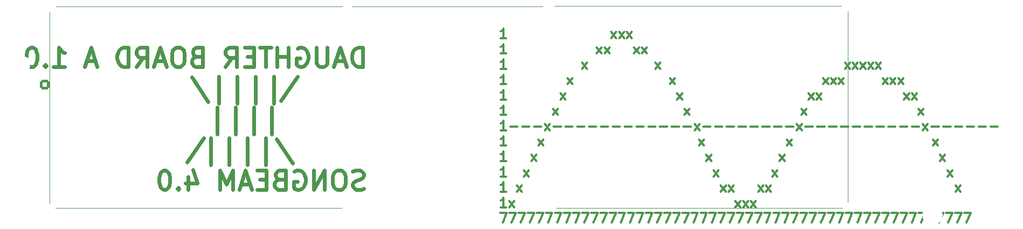
<source format=gbr>
%TF.GenerationSoftware,KiCad,Pcbnew,9.0.6*%
%TF.CreationDate,2026-01-10T21:11:38+01:00*%
%TF.ProjectId,_autosave-sisterboard_A,5f617574-6f73-4617-9665-2d7369737465,1.0*%
%TF.SameCoordinates,Original*%
%TF.FileFunction,Legend,Bot*%
%TF.FilePolarity,Positive*%
%FSLAX46Y46*%
G04 Gerber Fmt 4.6, Leading zero omitted, Abs format (unit mm)*
G04 Created by KiCad (PCBNEW 9.0.6) date 2026-01-10 21:11:38*
%MOMM*%
%LPD*%
G01*
G04 APERTURE LIST*
G04 Aperture macros list*
%AMRoundRect*
0 Rectangle with rounded corners*
0 $1 Rounding radius*
0 $2 $3 $4 $5 $6 $7 $8 $9 X,Y pos of 4 corners*
0 Add a 4 corners polygon primitive as box body*
4,1,4,$2,$3,$4,$5,$6,$7,$8,$9,$2,$3,0*
0 Add four circle primitives for the rounded corners*
1,1,$1+$1,$2,$3*
1,1,$1+$1,$4,$5*
1,1,$1+$1,$6,$7*
1,1,$1+$1,$8,$9*
0 Add four rect primitives between the rounded corners*
20,1,$1+$1,$2,$3,$4,$5,0*
20,1,$1+$1,$4,$5,$6,$7,0*
20,1,$1+$1,$6,$7,$8,$9,0*
20,1,$1+$1,$8,$9,$2,$3,0*%
G04 Aperture macros list end*
%ADD10C,0.600000*%
%ADD11C,0.100000*%
%ADD12C,0.300000*%
%ADD13C,0.600000*%
%ADD14C,3.200000*%
%ADD15C,2.200000*%
%ADD16C,1.720000*%
%ADD17C,1.600000*%
%ADD18RoundRect,0.250000X-0.550000X0.550000X-0.550000X-0.550000X0.550000X-0.550000X0.550000X0.550000X0*%
%ADD19C,3.260000*%
%ADD20C,1.700000*%
%ADD21R,1.700000X1.700000*%
G04 APERTURE END LIST*
D10*
X134840978Y-89407329D02*
X134840978Y-86407329D01*
X134840978Y-86407329D02*
X134126692Y-86407329D01*
X134126692Y-86407329D02*
X133698121Y-86550186D01*
X133698121Y-86550186D02*
X133412406Y-86835900D01*
X133412406Y-86835900D02*
X133269549Y-87121614D01*
X133269549Y-87121614D02*
X133126692Y-87693043D01*
X133126692Y-87693043D02*
X133126692Y-88121614D01*
X133126692Y-88121614D02*
X133269549Y-88693043D01*
X133269549Y-88693043D02*
X133412406Y-88978757D01*
X133412406Y-88978757D02*
X133698121Y-89264472D01*
X133698121Y-89264472D02*
X134126692Y-89407329D01*
X134126692Y-89407329D02*
X134840978Y-89407329D01*
X131983835Y-88550186D02*
X130555264Y-88550186D01*
X132269549Y-89407329D02*
X131269549Y-86407329D01*
X131269549Y-86407329D02*
X130269549Y-89407329D01*
X129269549Y-86407329D02*
X129269549Y-88835900D01*
X129269549Y-88835900D02*
X129126692Y-89121614D01*
X129126692Y-89121614D02*
X128983835Y-89264472D01*
X128983835Y-89264472D02*
X128698120Y-89407329D01*
X128698120Y-89407329D02*
X128126692Y-89407329D01*
X128126692Y-89407329D02*
X127840977Y-89264472D01*
X127840977Y-89264472D02*
X127698120Y-89121614D01*
X127698120Y-89121614D02*
X127555263Y-88835900D01*
X127555263Y-88835900D02*
X127555263Y-86407329D01*
X124555263Y-86550186D02*
X124840978Y-86407329D01*
X124840978Y-86407329D02*
X125269549Y-86407329D01*
X125269549Y-86407329D02*
X125698120Y-86550186D01*
X125698120Y-86550186D02*
X125983835Y-86835900D01*
X125983835Y-86835900D02*
X126126692Y-87121614D01*
X126126692Y-87121614D02*
X126269549Y-87693043D01*
X126269549Y-87693043D02*
X126269549Y-88121614D01*
X126269549Y-88121614D02*
X126126692Y-88693043D01*
X126126692Y-88693043D02*
X125983835Y-88978757D01*
X125983835Y-88978757D02*
X125698120Y-89264472D01*
X125698120Y-89264472D02*
X125269549Y-89407329D01*
X125269549Y-89407329D02*
X124983835Y-89407329D01*
X124983835Y-89407329D02*
X124555263Y-89264472D01*
X124555263Y-89264472D02*
X124412406Y-89121614D01*
X124412406Y-89121614D02*
X124412406Y-88121614D01*
X124412406Y-88121614D02*
X124983835Y-88121614D01*
X123126692Y-89407329D02*
X123126692Y-86407329D01*
X123126692Y-87835900D02*
X121412406Y-87835900D01*
X121412406Y-89407329D02*
X121412406Y-86407329D01*
X120412406Y-86407329D02*
X118698121Y-86407329D01*
X119555263Y-89407329D02*
X119555263Y-86407329D01*
X117698121Y-87835900D02*
X116698121Y-87835900D01*
X116269549Y-89407329D02*
X117698121Y-89407329D01*
X117698121Y-89407329D02*
X117698121Y-86407329D01*
X117698121Y-86407329D02*
X116269549Y-86407329D01*
X113269549Y-89407329D02*
X114269549Y-87978757D01*
X114983835Y-89407329D02*
X114983835Y-86407329D01*
X114983835Y-86407329D02*
X113840978Y-86407329D01*
X113840978Y-86407329D02*
X113555263Y-86550186D01*
X113555263Y-86550186D02*
X113412406Y-86693043D01*
X113412406Y-86693043D02*
X113269549Y-86978757D01*
X113269549Y-86978757D02*
X113269549Y-87407329D01*
X113269549Y-87407329D02*
X113412406Y-87693043D01*
X113412406Y-87693043D02*
X113555263Y-87835900D01*
X113555263Y-87835900D02*
X113840978Y-87978757D01*
X113840978Y-87978757D02*
X114983835Y-87978757D01*
X108698121Y-87835900D02*
X108269549Y-87978757D01*
X108269549Y-87978757D02*
X108126692Y-88121614D01*
X108126692Y-88121614D02*
X107983835Y-88407329D01*
X107983835Y-88407329D02*
X107983835Y-88835900D01*
X107983835Y-88835900D02*
X108126692Y-89121614D01*
X108126692Y-89121614D02*
X108269549Y-89264472D01*
X108269549Y-89264472D02*
X108555264Y-89407329D01*
X108555264Y-89407329D02*
X109698121Y-89407329D01*
X109698121Y-89407329D02*
X109698121Y-86407329D01*
X109698121Y-86407329D02*
X108698121Y-86407329D01*
X108698121Y-86407329D02*
X108412407Y-86550186D01*
X108412407Y-86550186D02*
X108269549Y-86693043D01*
X108269549Y-86693043D02*
X108126692Y-86978757D01*
X108126692Y-86978757D02*
X108126692Y-87264472D01*
X108126692Y-87264472D02*
X108269549Y-87550186D01*
X108269549Y-87550186D02*
X108412407Y-87693043D01*
X108412407Y-87693043D02*
X108698121Y-87835900D01*
X108698121Y-87835900D02*
X109698121Y-87835900D01*
X106126692Y-86407329D02*
X105555264Y-86407329D01*
X105555264Y-86407329D02*
X105269549Y-86550186D01*
X105269549Y-86550186D02*
X104983835Y-86835900D01*
X104983835Y-86835900D02*
X104840978Y-87407329D01*
X104840978Y-87407329D02*
X104840978Y-88407329D01*
X104840978Y-88407329D02*
X104983835Y-88978757D01*
X104983835Y-88978757D02*
X105269549Y-89264472D01*
X105269549Y-89264472D02*
X105555264Y-89407329D01*
X105555264Y-89407329D02*
X106126692Y-89407329D01*
X106126692Y-89407329D02*
X106412407Y-89264472D01*
X106412407Y-89264472D02*
X106698121Y-88978757D01*
X106698121Y-88978757D02*
X106840978Y-88407329D01*
X106840978Y-88407329D02*
X106840978Y-87407329D01*
X106840978Y-87407329D02*
X106698121Y-86835900D01*
X106698121Y-86835900D02*
X106412407Y-86550186D01*
X106412407Y-86550186D02*
X106126692Y-86407329D01*
X103698121Y-88550186D02*
X102269550Y-88550186D01*
X103983835Y-89407329D02*
X102983835Y-86407329D01*
X102983835Y-86407329D02*
X101983835Y-89407329D01*
X99269549Y-89407329D02*
X100269549Y-87978757D01*
X100983835Y-89407329D02*
X100983835Y-86407329D01*
X100983835Y-86407329D02*
X99840978Y-86407329D01*
X99840978Y-86407329D02*
X99555263Y-86550186D01*
X99555263Y-86550186D02*
X99412406Y-86693043D01*
X99412406Y-86693043D02*
X99269549Y-86978757D01*
X99269549Y-86978757D02*
X99269549Y-87407329D01*
X99269549Y-87407329D02*
X99412406Y-87693043D01*
X99412406Y-87693043D02*
X99555263Y-87835900D01*
X99555263Y-87835900D02*
X99840978Y-87978757D01*
X99840978Y-87978757D02*
X100983835Y-87978757D01*
X97983835Y-89407329D02*
X97983835Y-86407329D01*
X97983835Y-86407329D02*
X97269549Y-86407329D01*
X97269549Y-86407329D02*
X96840978Y-86550186D01*
X96840978Y-86550186D02*
X96555263Y-86835900D01*
X96555263Y-86835900D02*
X96412406Y-87121614D01*
X96412406Y-87121614D02*
X96269549Y-87693043D01*
X96269549Y-87693043D02*
X96269549Y-88121614D01*
X96269549Y-88121614D02*
X96412406Y-88693043D01*
X96412406Y-88693043D02*
X96555263Y-88978757D01*
X96555263Y-88978757D02*
X96840978Y-89264472D01*
X96840978Y-89264472D02*
X97269549Y-89407329D01*
X97269549Y-89407329D02*
X97983835Y-89407329D01*
X92840978Y-88550186D02*
X91412407Y-88550186D01*
X93126692Y-89407329D02*
X92126692Y-86407329D01*
X92126692Y-86407329D02*
X91126692Y-89407329D01*
X86269549Y-89407329D02*
X87983835Y-89407329D01*
X87126692Y-89407329D02*
X87126692Y-86407329D01*
X87126692Y-86407329D02*
X87412406Y-86835900D01*
X87412406Y-86835900D02*
X87698121Y-87121614D01*
X87698121Y-87121614D02*
X87983835Y-87264472D01*
X84983835Y-89121614D02*
X84840978Y-89264472D01*
X84840978Y-89264472D02*
X84983835Y-89407329D01*
X84983835Y-89407329D02*
X85126692Y-89264472D01*
X85126692Y-89264472D02*
X84983835Y-89121614D01*
X84983835Y-89121614D02*
X84983835Y-89407329D01*
X82983835Y-86407329D02*
X82698121Y-86407329D01*
X82698121Y-86407329D02*
X82412407Y-86550186D01*
X82412407Y-86550186D02*
X82269550Y-86693043D01*
X82269550Y-86693043D02*
X82126692Y-86978757D01*
X82126692Y-86978757D02*
X81983835Y-87550186D01*
X81983835Y-87550186D02*
X81983835Y-88264472D01*
X81983835Y-88264472D02*
X82126692Y-88835900D01*
X82126692Y-88835900D02*
X82269550Y-89121614D01*
X82269550Y-89121614D02*
X82412407Y-89264472D01*
X82412407Y-89264472D02*
X82698121Y-89407329D01*
X82698121Y-89407329D02*
X82983835Y-89407329D01*
X82983835Y-89407329D02*
X83269550Y-89264472D01*
X83269550Y-89264472D02*
X83412407Y-89121614D01*
X83412407Y-89121614D02*
X83555264Y-88835900D01*
X83555264Y-88835900D02*
X83698121Y-88264472D01*
X83698121Y-88264472D02*
X83698121Y-87550186D01*
X83698121Y-87550186D02*
X83555264Y-86978757D01*
X83555264Y-86978757D02*
X83412407Y-86693043D01*
X83412407Y-86693043D02*
X83269550Y-86550186D01*
X83269550Y-86550186D02*
X82983835Y-86407329D01*
X124555264Y-90951446D02*
X121983835Y-94808589D01*
X120840978Y-95237161D02*
X120840978Y-90951446D01*
X117983835Y-95237161D02*
X117983835Y-90951446D01*
X115126692Y-95237161D02*
X115126692Y-90951446D01*
X112269549Y-95237161D02*
X112269549Y-90951446D01*
X107983835Y-91094304D02*
X110555263Y-94951446D01*
X120555264Y-100066993D02*
X120555264Y-95781278D01*
X117698121Y-100066993D02*
X117698121Y-95781278D01*
X114840978Y-100066993D02*
X114840978Y-95781278D01*
X111983835Y-100066993D02*
X111983835Y-95781278D01*
X121269551Y-100753968D02*
X123840979Y-104611110D01*
X119555265Y-104896825D02*
X119555265Y-100611110D01*
X116698122Y-104896825D02*
X116698122Y-100611110D01*
X113840979Y-104896825D02*
X113840979Y-100611110D01*
X110983836Y-104896825D02*
X110983836Y-100611110D01*
X109840979Y-100611110D02*
X107269550Y-104468253D01*
X134983835Y-108583800D02*
X134555264Y-108726657D01*
X134555264Y-108726657D02*
X133840978Y-108726657D01*
X133840978Y-108726657D02*
X133555264Y-108583800D01*
X133555264Y-108583800D02*
X133412406Y-108440942D01*
X133412406Y-108440942D02*
X133269549Y-108155228D01*
X133269549Y-108155228D02*
X133269549Y-107869514D01*
X133269549Y-107869514D02*
X133412406Y-107583800D01*
X133412406Y-107583800D02*
X133555264Y-107440942D01*
X133555264Y-107440942D02*
X133840978Y-107298085D01*
X133840978Y-107298085D02*
X134412406Y-107155228D01*
X134412406Y-107155228D02*
X134698121Y-107012371D01*
X134698121Y-107012371D02*
X134840978Y-106869514D01*
X134840978Y-106869514D02*
X134983835Y-106583800D01*
X134983835Y-106583800D02*
X134983835Y-106298085D01*
X134983835Y-106298085D02*
X134840978Y-106012371D01*
X134840978Y-106012371D02*
X134698121Y-105869514D01*
X134698121Y-105869514D02*
X134412406Y-105726657D01*
X134412406Y-105726657D02*
X133698121Y-105726657D01*
X133698121Y-105726657D02*
X133269549Y-105869514D01*
X131412406Y-105726657D02*
X130840978Y-105726657D01*
X130840978Y-105726657D02*
X130555263Y-105869514D01*
X130555263Y-105869514D02*
X130269549Y-106155228D01*
X130269549Y-106155228D02*
X130126692Y-106726657D01*
X130126692Y-106726657D02*
X130126692Y-107726657D01*
X130126692Y-107726657D02*
X130269549Y-108298085D01*
X130269549Y-108298085D02*
X130555263Y-108583800D01*
X130555263Y-108583800D02*
X130840978Y-108726657D01*
X130840978Y-108726657D02*
X131412406Y-108726657D01*
X131412406Y-108726657D02*
X131698121Y-108583800D01*
X131698121Y-108583800D02*
X131983835Y-108298085D01*
X131983835Y-108298085D02*
X132126692Y-107726657D01*
X132126692Y-107726657D02*
X132126692Y-106726657D01*
X132126692Y-106726657D02*
X131983835Y-106155228D01*
X131983835Y-106155228D02*
X131698121Y-105869514D01*
X131698121Y-105869514D02*
X131412406Y-105726657D01*
X128840978Y-108726657D02*
X128840978Y-105726657D01*
X128840978Y-105726657D02*
X127126692Y-108726657D01*
X127126692Y-108726657D02*
X127126692Y-105726657D01*
X124126692Y-105869514D02*
X124412407Y-105726657D01*
X124412407Y-105726657D02*
X124840978Y-105726657D01*
X124840978Y-105726657D02*
X125269549Y-105869514D01*
X125269549Y-105869514D02*
X125555264Y-106155228D01*
X125555264Y-106155228D02*
X125698121Y-106440942D01*
X125698121Y-106440942D02*
X125840978Y-107012371D01*
X125840978Y-107012371D02*
X125840978Y-107440942D01*
X125840978Y-107440942D02*
X125698121Y-108012371D01*
X125698121Y-108012371D02*
X125555264Y-108298085D01*
X125555264Y-108298085D02*
X125269549Y-108583800D01*
X125269549Y-108583800D02*
X124840978Y-108726657D01*
X124840978Y-108726657D02*
X124555264Y-108726657D01*
X124555264Y-108726657D02*
X124126692Y-108583800D01*
X124126692Y-108583800D02*
X123983835Y-108440942D01*
X123983835Y-108440942D02*
X123983835Y-107440942D01*
X123983835Y-107440942D02*
X124555264Y-107440942D01*
X121698121Y-107155228D02*
X121269549Y-107298085D01*
X121269549Y-107298085D02*
X121126692Y-107440942D01*
X121126692Y-107440942D02*
X120983835Y-107726657D01*
X120983835Y-107726657D02*
X120983835Y-108155228D01*
X120983835Y-108155228D02*
X121126692Y-108440942D01*
X121126692Y-108440942D02*
X121269549Y-108583800D01*
X121269549Y-108583800D02*
X121555264Y-108726657D01*
X121555264Y-108726657D02*
X122698121Y-108726657D01*
X122698121Y-108726657D02*
X122698121Y-105726657D01*
X122698121Y-105726657D02*
X121698121Y-105726657D01*
X121698121Y-105726657D02*
X121412407Y-105869514D01*
X121412407Y-105869514D02*
X121269549Y-106012371D01*
X121269549Y-106012371D02*
X121126692Y-106298085D01*
X121126692Y-106298085D02*
X121126692Y-106583800D01*
X121126692Y-106583800D02*
X121269549Y-106869514D01*
X121269549Y-106869514D02*
X121412407Y-107012371D01*
X121412407Y-107012371D02*
X121698121Y-107155228D01*
X121698121Y-107155228D02*
X122698121Y-107155228D01*
X119698121Y-107155228D02*
X118698121Y-107155228D01*
X118269549Y-108726657D02*
X119698121Y-108726657D01*
X119698121Y-108726657D02*
X119698121Y-105726657D01*
X119698121Y-105726657D02*
X118269549Y-105726657D01*
X117126692Y-107869514D02*
X115698121Y-107869514D01*
X117412406Y-108726657D02*
X116412406Y-105726657D01*
X116412406Y-105726657D02*
X115412406Y-108726657D01*
X114412406Y-108726657D02*
X114412406Y-105726657D01*
X114412406Y-105726657D02*
X113412406Y-107869514D01*
X113412406Y-107869514D02*
X112412406Y-105726657D01*
X112412406Y-105726657D02*
X112412406Y-108726657D01*
X107412407Y-106726657D02*
X107412407Y-108726657D01*
X108126692Y-105583800D02*
X108840978Y-107726657D01*
X108840978Y-107726657D02*
X106983835Y-107726657D01*
X105840978Y-108440942D02*
X105698121Y-108583800D01*
X105698121Y-108583800D02*
X105840978Y-108726657D01*
X105840978Y-108726657D02*
X105983835Y-108583800D01*
X105983835Y-108583800D02*
X105840978Y-108440942D01*
X105840978Y-108440942D02*
X105840978Y-108726657D01*
X103840978Y-105726657D02*
X103555264Y-105726657D01*
X103555264Y-105726657D02*
X103269550Y-105869514D01*
X103269550Y-105869514D02*
X103126693Y-106012371D01*
X103126693Y-106012371D02*
X102983835Y-106298085D01*
X102983835Y-106298085D02*
X102840978Y-106869514D01*
X102840978Y-106869514D02*
X102840978Y-107583800D01*
X102840978Y-107583800D02*
X102983835Y-108155228D01*
X102983835Y-108155228D02*
X103126693Y-108440942D01*
X103126693Y-108440942D02*
X103269550Y-108583800D01*
X103269550Y-108583800D02*
X103555264Y-108726657D01*
X103555264Y-108726657D02*
X103840978Y-108726657D01*
X103840978Y-108726657D02*
X104126693Y-108583800D01*
X104126693Y-108583800D02*
X104269550Y-108440942D01*
X104269550Y-108440942D02*
X104412407Y-108155228D01*
X104412407Y-108155228D02*
X104555264Y-107583800D01*
X104555264Y-107583800D02*
X104555264Y-106869514D01*
X104555264Y-106869514D02*
X104412407Y-106298085D01*
X104412407Y-106298085D02*
X104269550Y-106012371D01*
X104269550Y-106012371D02*
X104126693Y-105869514D01*
X104126693Y-105869514D02*
X103840978Y-105726657D01*
D11*
X85675000Y-110900000D02*
X85675000Y-80900000D01*
X210203498Y-111631027D02*
X165203498Y-111631027D01*
X165000000Y-79875000D02*
X210000000Y-79875000D01*
X211000000Y-110700000D02*
X211000000Y-80700000D01*
X86575000Y-111600000D02*
X131575000Y-111600000D01*
X210203498Y-111631027D02*
X165203498Y-111631027D01*
X86650000Y-79975000D02*
X131650000Y-79975000D01*
X133150000Y-79975000D02*
X163150000Y-79975000D01*
D12*
X157383082Y-84946836D02*
X156525939Y-84946836D01*
X156954510Y-84946836D02*
X156954510Y-83446836D01*
X156954510Y-83446836D02*
X156811653Y-83661122D01*
X156811653Y-83661122D02*
X156668796Y-83803979D01*
X156668796Y-83803979D02*
X156525939Y-83875408D01*
X173883079Y-84946836D02*
X174668794Y-83946836D01*
X173883079Y-83946836D02*
X174668794Y-84946836D01*
X175097365Y-84946836D02*
X175883080Y-83946836D01*
X175097365Y-83946836D02*
X175883080Y-84946836D01*
X176311651Y-84946836D02*
X177097366Y-83946836D01*
X176311651Y-83946836D02*
X177097366Y-84946836D01*
X157383082Y-87361752D02*
X156525939Y-87361752D01*
X156954510Y-87361752D02*
X156954510Y-85861752D01*
X156954510Y-85861752D02*
X156811653Y-86076038D01*
X156811653Y-86076038D02*
X156668796Y-86218895D01*
X156668796Y-86218895D02*
X156525939Y-86290324D01*
X171597365Y-87361752D02*
X172383080Y-86361752D01*
X171597365Y-86361752D02*
X172383080Y-87361752D01*
X172811651Y-87361752D02*
X173597366Y-86361752D01*
X172811651Y-86361752D02*
X173597366Y-87361752D01*
X177454508Y-87361752D02*
X178240223Y-86361752D01*
X177454508Y-86361752D02*
X178240223Y-87361752D01*
X178668794Y-87361752D02*
X179454509Y-86361752D01*
X178668794Y-86361752D02*
X179454509Y-87361752D01*
X157383082Y-89776668D02*
X156525939Y-89776668D01*
X156954510Y-89776668D02*
X156954510Y-88276668D01*
X156954510Y-88276668D02*
X156811653Y-88490954D01*
X156811653Y-88490954D02*
X156668796Y-88633811D01*
X156668796Y-88633811D02*
X156525939Y-88705240D01*
X169311651Y-89776668D02*
X170097366Y-88776668D01*
X169311651Y-88776668D02*
X170097366Y-89776668D01*
X180811650Y-89776668D02*
X181597365Y-88776668D01*
X180811650Y-88776668D02*
X181597365Y-89776668D01*
X210597361Y-89776668D02*
X211383076Y-88776668D01*
X210597361Y-88776668D02*
X211383076Y-89776668D01*
X211811647Y-89776668D02*
X212597362Y-88776668D01*
X211811647Y-88776668D02*
X212597362Y-89776668D01*
X213025933Y-89776668D02*
X213811648Y-88776668D01*
X213025933Y-88776668D02*
X213811648Y-89776668D01*
X214240219Y-89776668D02*
X215025934Y-88776668D01*
X214240219Y-88776668D02*
X215025934Y-89776668D01*
X215454505Y-89776668D02*
X216240220Y-88776668D01*
X215454505Y-88776668D02*
X216240220Y-89776668D01*
X157383082Y-92191584D02*
X156525939Y-92191584D01*
X156954510Y-92191584D02*
X156954510Y-90691584D01*
X156954510Y-90691584D02*
X156811653Y-90905870D01*
X156811653Y-90905870D02*
X156668796Y-91048727D01*
X156668796Y-91048727D02*
X156525939Y-91120156D01*
X167025937Y-92191584D02*
X167811652Y-91191584D01*
X167025937Y-91191584D02*
X167811652Y-92191584D01*
X183097364Y-92191584D02*
X183883079Y-91191584D01*
X183097364Y-91191584D02*
X183883079Y-92191584D01*
X207168790Y-92191584D02*
X207954505Y-91191584D01*
X207168790Y-91191584D02*
X207954505Y-92191584D01*
X208383076Y-92191584D02*
X209168791Y-91191584D01*
X208383076Y-91191584D02*
X209168791Y-92191584D01*
X209597362Y-92191584D02*
X210383077Y-91191584D01*
X209597362Y-91191584D02*
X210383077Y-92191584D01*
X216525933Y-92191584D02*
X217311648Y-91191584D01*
X216525933Y-91191584D02*
X217311648Y-92191584D01*
X217740219Y-92191584D02*
X218525934Y-91191584D01*
X217740219Y-91191584D02*
X218525934Y-92191584D01*
X218954505Y-92191584D02*
X219740220Y-91191584D01*
X218954505Y-91191584D02*
X219740220Y-92191584D01*
X157383082Y-94606500D02*
X156525939Y-94606500D01*
X156954510Y-94606500D02*
X156954510Y-93106500D01*
X156954510Y-93106500D02*
X156811653Y-93320786D01*
X156811653Y-93320786D02*
X156668796Y-93463643D01*
X156668796Y-93463643D02*
X156525939Y-93535072D01*
X165883080Y-94606500D02*
X166668795Y-93606500D01*
X165883080Y-93606500D02*
X166668795Y-94606500D01*
X184240221Y-94606500D02*
X185025936Y-93606500D01*
X184240221Y-93606500D02*
X185025936Y-94606500D01*
X204883076Y-94606500D02*
X205668791Y-93606500D01*
X204883076Y-93606500D02*
X205668791Y-94606500D01*
X206097362Y-94606500D02*
X206883077Y-93606500D01*
X206097362Y-93606500D02*
X206883077Y-94606500D01*
X219883075Y-94606500D02*
X220668790Y-93606500D01*
X219883075Y-93606500D02*
X220668790Y-94606500D01*
X221097361Y-94606500D02*
X221883076Y-93606500D01*
X221097361Y-93606500D02*
X221883076Y-94606500D01*
X157383082Y-97021416D02*
X156525939Y-97021416D01*
X156954510Y-97021416D02*
X156954510Y-95521416D01*
X156954510Y-95521416D02*
X156811653Y-95735702D01*
X156811653Y-95735702D02*
X156668796Y-95878559D01*
X156668796Y-95878559D02*
X156525939Y-95949988D01*
X164740223Y-97021416D02*
X165525938Y-96021416D01*
X164740223Y-96021416D02*
X165525938Y-97021416D01*
X185383078Y-97021416D02*
X186168793Y-96021416D01*
X185383078Y-96021416D02*
X186168793Y-97021416D01*
X203740219Y-97021416D02*
X204525934Y-96021416D01*
X203740219Y-96021416D02*
X204525934Y-97021416D01*
X222097360Y-97021416D02*
X222883075Y-96021416D01*
X222097360Y-96021416D02*
X222883075Y-97021416D01*
X157383082Y-99436332D02*
X156525939Y-99436332D01*
X156954510Y-99436332D02*
X156954510Y-97936332D01*
X156954510Y-97936332D02*
X156811653Y-98150618D01*
X156811653Y-98150618D02*
X156668796Y-98293475D01*
X156668796Y-98293475D02*
X156525939Y-98364904D01*
X158025938Y-98864904D02*
X159168796Y-98864904D01*
X159883081Y-98864904D02*
X161025939Y-98864904D01*
X161740224Y-98864904D02*
X162883082Y-98864904D01*
X163454510Y-99436332D02*
X164240225Y-98436332D01*
X163454510Y-98436332D02*
X164240225Y-99436332D01*
X164811653Y-98864904D02*
X165954511Y-98864904D01*
X166668796Y-98864904D02*
X167811654Y-98864904D01*
X168525939Y-98864904D02*
X169668797Y-98864904D01*
X170383082Y-98864904D02*
X171525940Y-98864904D01*
X172240225Y-98864904D02*
X173383083Y-98864904D01*
X174097368Y-98864904D02*
X175240226Y-98864904D01*
X175954511Y-98864904D02*
X177097369Y-98864904D01*
X177811654Y-98864904D02*
X178954512Y-98864904D01*
X179668797Y-98864904D02*
X180811655Y-98864904D01*
X181525940Y-98864904D02*
X182668798Y-98864904D01*
X183383083Y-98864904D02*
X184525941Y-98864904D01*
X185240226Y-98864904D02*
X186383084Y-98864904D01*
X186954512Y-99436332D02*
X187740227Y-98436332D01*
X186954512Y-98436332D02*
X187740227Y-99436332D01*
X188311655Y-98864904D02*
X189454513Y-98864904D01*
X190168798Y-98864904D02*
X191311656Y-98864904D01*
X192025941Y-98864904D02*
X193168799Y-98864904D01*
X193883084Y-98864904D02*
X195025942Y-98864904D01*
X195740227Y-98864904D02*
X196883085Y-98864904D01*
X197597370Y-98864904D02*
X198740228Y-98864904D01*
X199454513Y-98864904D02*
X200597371Y-98864904D01*
X201311656Y-98864904D02*
X202454514Y-98864904D01*
X203025942Y-99436332D02*
X203811657Y-98436332D01*
X203025942Y-98436332D02*
X203811657Y-99436332D01*
X204383085Y-98864904D02*
X205525943Y-98864904D01*
X206240228Y-98864904D02*
X207383086Y-98864904D01*
X208097371Y-98864904D02*
X209240229Y-98864904D01*
X209954514Y-98864904D02*
X211097372Y-98864904D01*
X211811657Y-98864904D02*
X212954515Y-98864904D01*
X213668800Y-98864904D02*
X214811658Y-98864904D01*
X215525943Y-98864904D02*
X216668801Y-98864904D01*
X217383086Y-98864904D02*
X218525944Y-98864904D01*
X219240229Y-98864904D02*
X220383087Y-98864904D01*
X221097372Y-98864904D02*
X222240230Y-98864904D01*
X222811658Y-99436332D02*
X223597373Y-98436332D01*
X222811658Y-98436332D02*
X223597373Y-99436332D01*
X224168801Y-98864904D02*
X225311659Y-98864904D01*
X226025944Y-98864904D02*
X227168802Y-98864904D01*
X227883087Y-98864904D02*
X229025945Y-98864904D01*
X229740230Y-98864904D02*
X230883088Y-98864904D01*
X231597373Y-98864904D02*
X232740231Y-98864904D01*
X233454516Y-98864904D02*
X234597374Y-98864904D01*
X157383082Y-101851248D02*
X156525939Y-101851248D01*
X156954510Y-101851248D02*
X156954510Y-100351248D01*
X156954510Y-100351248D02*
X156811653Y-100565534D01*
X156811653Y-100565534D02*
X156668796Y-100708391D01*
X156668796Y-100708391D02*
X156525939Y-100779820D01*
X162454509Y-101851248D02*
X163240224Y-100851248D01*
X162454509Y-100851248D02*
X163240224Y-101851248D01*
X187668792Y-101851248D02*
X188454507Y-100851248D01*
X187668792Y-100851248D02*
X188454507Y-101851248D01*
X201454505Y-101851248D02*
X202240220Y-100851248D01*
X201454505Y-100851248D02*
X202240220Y-101851248D01*
X224383074Y-101851248D02*
X225168789Y-100851248D01*
X224383074Y-100851248D02*
X225168789Y-101851248D01*
X157383082Y-104266164D02*
X156525939Y-104266164D01*
X156954510Y-104266164D02*
X156954510Y-102766164D01*
X156954510Y-102766164D02*
X156811653Y-102980450D01*
X156811653Y-102980450D02*
X156668796Y-103123307D01*
X156668796Y-103123307D02*
X156525939Y-103194736D01*
X161311652Y-104266164D02*
X162097367Y-103266164D01*
X161311652Y-103266164D02*
X162097367Y-104266164D01*
X188811649Y-104266164D02*
X189597364Y-103266164D01*
X188811649Y-103266164D02*
X189597364Y-104266164D01*
X200311648Y-104266164D02*
X201097363Y-103266164D01*
X200311648Y-103266164D02*
X201097363Y-104266164D01*
X225525931Y-104266164D02*
X226311646Y-103266164D01*
X225525931Y-103266164D02*
X226311646Y-104266164D01*
X157383082Y-106681080D02*
X156525939Y-106681080D01*
X156954510Y-106681080D02*
X156954510Y-105181080D01*
X156954510Y-105181080D02*
X156811653Y-105395366D01*
X156811653Y-105395366D02*
X156668796Y-105538223D01*
X156668796Y-105538223D02*
X156525939Y-105609652D01*
X160168795Y-106681080D02*
X160954510Y-105681080D01*
X160168795Y-105681080D02*
X160954510Y-106681080D01*
X189954506Y-106681080D02*
X190740221Y-105681080D01*
X189954506Y-105681080D02*
X190740221Y-106681080D01*
X199168791Y-106681080D02*
X199954506Y-105681080D01*
X199168791Y-105681080D02*
X199954506Y-106681080D01*
X226668788Y-106681080D02*
X227454503Y-105681080D01*
X226668788Y-105681080D02*
X227454503Y-106681080D01*
X157383082Y-109095996D02*
X156525939Y-109095996D01*
X156954510Y-109095996D02*
X156954510Y-107595996D01*
X156954510Y-107595996D02*
X156811653Y-107810282D01*
X156811653Y-107810282D02*
X156668796Y-107953139D01*
X156668796Y-107953139D02*
X156525939Y-108024568D01*
X159025938Y-109095996D02*
X159811653Y-108095996D01*
X159025938Y-108095996D02*
X159811653Y-109095996D01*
X191097363Y-109095996D02*
X191883078Y-108095996D01*
X191097363Y-108095996D02*
X191883078Y-109095996D01*
X192311649Y-109095996D02*
X193097364Y-108095996D01*
X192311649Y-108095996D02*
X193097364Y-109095996D01*
X196954506Y-109095996D02*
X197740221Y-108095996D01*
X196954506Y-108095996D02*
X197740221Y-109095996D01*
X198168792Y-109095996D02*
X198954507Y-108095996D01*
X198168792Y-108095996D02*
X198954507Y-109095996D01*
X227954503Y-109095996D02*
X228740218Y-108095996D01*
X227954503Y-108095996D02*
X228740218Y-109095996D01*
X157383082Y-111510912D02*
X156525939Y-111510912D01*
X156954510Y-111510912D02*
X156954510Y-110010912D01*
X156954510Y-110010912D02*
X156811653Y-110225198D01*
X156811653Y-110225198D02*
X156668796Y-110368055D01*
X156668796Y-110368055D02*
X156525939Y-110439484D01*
X157883081Y-111510912D02*
X158668796Y-110510912D01*
X157883081Y-110510912D02*
X158668796Y-111510912D01*
X193383077Y-111510912D02*
X194168792Y-110510912D01*
X193383077Y-110510912D02*
X194168792Y-111510912D01*
X194597363Y-111510912D02*
X195383078Y-110510912D01*
X194597363Y-110510912D02*
X195383078Y-111510912D01*
X195811649Y-111510912D02*
X196597364Y-110510912D01*
X195811649Y-110510912D02*
X196597364Y-111510912D01*
X156454510Y-112425828D02*
X157454510Y-112425828D01*
X157454510Y-112425828D02*
X156811653Y-113925828D01*
X157883081Y-112425828D02*
X158883081Y-112425828D01*
X158883081Y-112425828D02*
X158240224Y-113925828D01*
X159311652Y-112425828D02*
X160311652Y-112425828D01*
X160311652Y-112425828D02*
X159668795Y-113925828D01*
X160740223Y-112425828D02*
X161740223Y-112425828D01*
X161740223Y-112425828D02*
X161097366Y-113925828D01*
X162168794Y-112425828D02*
X163168794Y-112425828D01*
X163168794Y-112425828D02*
X162525937Y-113925828D01*
X163597365Y-112425828D02*
X164597365Y-112425828D01*
X164597365Y-112425828D02*
X163954508Y-113925828D01*
X165025936Y-112425828D02*
X166025936Y-112425828D01*
X166025936Y-112425828D02*
X165383079Y-113925828D01*
X166454507Y-112425828D02*
X167454507Y-112425828D01*
X167454507Y-112425828D02*
X166811650Y-113925828D01*
X167883078Y-112425828D02*
X168883078Y-112425828D01*
X168883078Y-112425828D02*
X168240221Y-113925828D01*
X169311649Y-112425828D02*
X170311649Y-112425828D01*
X170311649Y-112425828D02*
X169668792Y-113925828D01*
X170740220Y-112425828D02*
X171740220Y-112425828D01*
X171740220Y-112425828D02*
X171097363Y-113925828D01*
X172168791Y-112425828D02*
X173168791Y-112425828D01*
X173168791Y-112425828D02*
X172525934Y-113925828D01*
X173597362Y-112425828D02*
X174597362Y-112425828D01*
X174597362Y-112425828D02*
X173954505Y-113925828D01*
X175025933Y-112425828D02*
X176025933Y-112425828D01*
X176025933Y-112425828D02*
X175383076Y-113925828D01*
X176454504Y-112425828D02*
X177454504Y-112425828D01*
X177454504Y-112425828D02*
X176811647Y-113925828D01*
X177883075Y-112425828D02*
X178883075Y-112425828D01*
X178883075Y-112425828D02*
X178240218Y-113925828D01*
X179311646Y-112425828D02*
X180311646Y-112425828D01*
X180311646Y-112425828D02*
X179668789Y-113925828D01*
X180740217Y-112425828D02*
X181740217Y-112425828D01*
X181740217Y-112425828D02*
X181097360Y-113925828D01*
X182168788Y-112425828D02*
X183168788Y-112425828D01*
X183168788Y-112425828D02*
X182525931Y-113925828D01*
X183597359Y-112425828D02*
X184597359Y-112425828D01*
X184597359Y-112425828D02*
X183954502Y-113925828D01*
X185025930Y-112425828D02*
X186025930Y-112425828D01*
X186025930Y-112425828D02*
X185383073Y-113925828D01*
X186454501Y-112425828D02*
X187454501Y-112425828D01*
X187454501Y-112425828D02*
X186811644Y-113925828D01*
X187883072Y-112425828D02*
X188883072Y-112425828D01*
X188883072Y-112425828D02*
X188240215Y-113925828D01*
X189311643Y-112425828D02*
X190311643Y-112425828D01*
X190311643Y-112425828D02*
X189668786Y-113925828D01*
X190740214Y-112425828D02*
X191740214Y-112425828D01*
X191740214Y-112425828D02*
X191097357Y-113925828D01*
X192168785Y-112425828D02*
X193168785Y-112425828D01*
X193168785Y-112425828D02*
X192525928Y-113925828D01*
X193597356Y-112425828D02*
X194597356Y-112425828D01*
X194597356Y-112425828D02*
X193954499Y-113925828D01*
X195025927Y-112425828D02*
X196025927Y-112425828D01*
X196025927Y-112425828D02*
X195383070Y-113925828D01*
X196454498Y-112425828D02*
X197454498Y-112425828D01*
X197454498Y-112425828D02*
X196811641Y-113925828D01*
X197883069Y-112425828D02*
X198883069Y-112425828D01*
X198883069Y-112425828D02*
X198240212Y-113925828D01*
X199311640Y-112425828D02*
X200311640Y-112425828D01*
X200311640Y-112425828D02*
X199668783Y-113925828D01*
X200740211Y-112425828D02*
X201740211Y-112425828D01*
X201740211Y-112425828D02*
X201097354Y-113925828D01*
X202168782Y-112425828D02*
X203168782Y-112425828D01*
X203168782Y-112425828D02*
X202525925Y-113925828D01*
X203597353Y-112425828D02*
X204597353Y-112425828D01*
X204597353Y-112425828D02*
X203954496Y-113925828D01*
X205025924Y-112425828D02*
X206025924Y-112425828D01*
X206025924Y-112425828D02*
X205383067Y-113925828D01*
X206454495Y-112425828D02*
X207454495Y-112425828D01*
X207454495Y-112425828D02*
X206811638Y-113925828D01*
X207883066Y-112425828D02*
X208883066Y-112425828D01*
X208883066Y-112425828D02*
X208240209Y-113925828D01*
X209311637Y-112425828D02*
X210311637Y-112425828D01*
X210311637Y-112425828D02*
X209668780Y-113925828D01*
X210740208Y-112425828D02*
X211740208Y-112425828D01*
X211740208Y-112425828D02*
X211097351Y-113925828D01*
X212168779Y-112425828D02*
X213168779Y-112425828D01*
X213168779Y-112425828D02*
X212525922Y-113925828D01*
X213597350Y-112425828D02*
X214597350Y-112425828D01*
X214597350Y-112425828D02*
X213954493Y-113925828D01*
X215025921Y-112425828D02*
X216025921Y-112425828D01*
X216025921Y-112425828D02*
X215383064Y-113925828D01*
X216454492Y-112425828D02*
X217454492Y-112425828D01*
X217454492Y-112425828D02*
X216811635Y-113925828D01*
X217883063Y-112425828D02*
X218883063Y-112425828D01*
X218883063Y-112425828D02*
X218240206Y-113925828D01*
X219311634Y-112425828D02*
X220311634Y-112425828D01*
X220311634Y-112425828D02*
X219668777Y-113925828D01*
X220740205Y-112425828D02*
X221740205Y-112425828D01*
X221740205Y-112425828D02*
X221097348Y-113925828D01*
X222168776Y-112425828D02*
X223168776Y-112425828D01*
X223168776Y-112425828D02*
X222525919Y-113925828D01*
X223597347Y-112425828D02*
X224597347Y-112425828D01*
X224597347Y-112425828D02*
X223954490Y-113925828D01*
X225025918Y-112425828D02*
X226025918Y-112425828D01*
X226025918Y-112425828D02*
X225383061Y-113925828D01*
X226454489Y-112425828D02*
X227454489Y-112425828D01*
X227454489Y-112425828D02*
X226811632Y-113925828D01*
X227883060Y-112425828D02*
X228883060Y-112425828D01*
X228883060Y-112425828D02*
X228240203Y-113925828D01*
X229311631Y-112425828D02*
X230311631Y-112425828D01*
X230311631Y-112425828D02*
X229668774Y-113925828D01*
%LPC*%
D13*
%TO.C,U9*%
X211013000Y-111625000D03*
%TD*%
D14*
%TO.C,REF4*%
X224300000Y-112725000D03*
%TD*%
%TO.C,REF3*%
X224000000Y-80250000D03*
%TD*%
D13*
%TO.C,U8*%
X164401000Y-111638000D03*
%TD*%
D15*
%TO.C,J1*%
X81550000Y-104510000D03*
X81550000Y-88920000D03*
D16*
X92220000Y-102175000D03*
X92220000Y-99635000D03*
X92220000Y-93795000D03*
X92220000Y-91255000D03*
D17*
X87390000Y-101160000D03*
X84850000Y-99890000D03*
X87390000Y-98620000D03*
X84850000Y-97350000D03*
X87390000Y-96080000D03*
X84850000Y-94810000D03*
X87390000Y-93540000D03*
D18*
X84850000Y-92270000D03*
D19*
X78500000Y-102430000D03*
X78500000Y-91000000D03*
%TD*%
D13*
%TO.C,U5*%
X132402000Y-79975000D03*
%TD*%
D20*
%TO.C,J2*%
X189150000Y-92095000D03*
X189150000Y-89555000D03*
X189150000Y-87015000D03*
D21*
X189150000Y-84475000D03*
%TD*%
D14*
%TO.C,REF2*%
X72300000Y-80450000D03*
%TD*%
%TO.C,REF1*%
X72400000Y-113025000D03*
%TD*%
D13*
%TO.C,U2*%
X132315500Y-111381000D03*
%TD*%
%TO.C,U3*%
X85665500Y-111706000D03*
%TD*%
%TO.C,U7*%
X210972000Y-79901000D03*
%TD*%
%TO.C,U4*%
X85650000Y-79949000D03*
%TD*%
%TO.C,U6*%
X164051000Y-79937000D03*
%TD*%
%LPD*%
M02*

</source>
